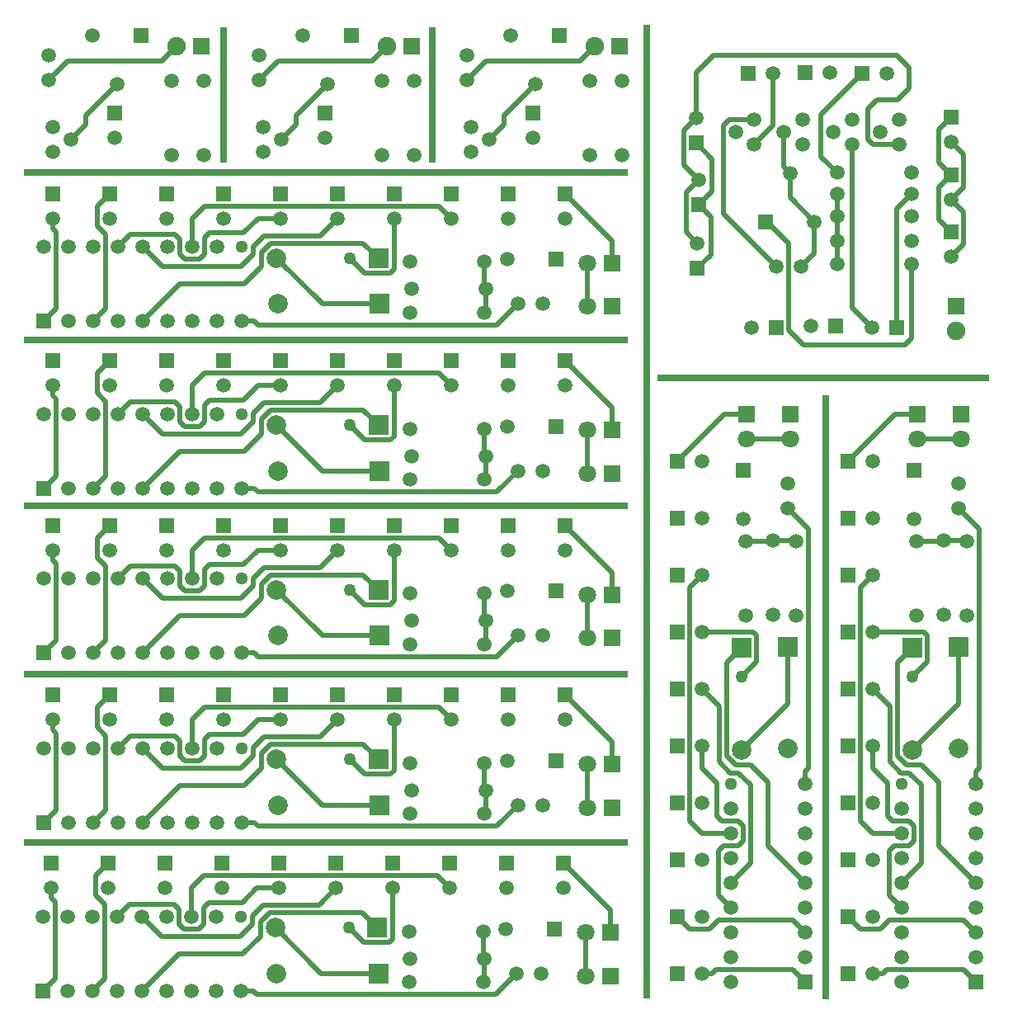
<source format=gtl>
G04 Layer_Physical_Order=1*
G04 Layer_Color=255*
%FSLAX25Y25*%
%MOIN*%
G70*
G01*
G75*
%ADD10C,0.02000*%
%ADD11R,0.03150X0.55118*%
%ADD12R,1.33858X0.03150*%
%ADD13R,0.03150X2.44095*%
%ADD14R,0.03150X3.93701*%
%ADD15R,2.44095X0.03150*%
%ADD16R,2.44095X0.02756*%
%ADD17C,0.05905*%
%ADD18C,0.05937*%
%ADD19R,0.05937X0.05937*%
%ADD20R,0.05905X0.05905*%
%ADD21C,0.07480*%
%ADD22R,0.07087X0.07087*%
%ADD23R,0.07087X0.07087*%
%ADD24R,0.05905X0.05905*%
%ADD25C,0.07874*%
%ADD26R,0.07874X0.07874*%
%ADD27C,0.07087*%
%ADD28C,0.05110*%
%ADD29R,0.07874X0.07874*%
%ADD30C,0.05000*%
G36*
X358171Y362012D02*
X359605Y360448D01*
X359512Y358329D01*
X357948Y356895D01*
X355829Y356988D01*
X354396Y358552D01*
X354488Y360671D01*
X356052Y362105D01*
X358171Y362012D01*
D02*
G37*
G36*
X339171D02*
X340604Y360448D01*
X340512Y358329D01*
X338948Y356895D01*
X336829Y356988D01*
X335396Y358552D01*
X335488Y360671D01*
X337052Y362105D01*
X339171Y362012D01*
D02*
G37*
G36*
X319171D02*
X320604Y360448D01*
X320512Y358329D01*
X318948Y356895D01*
X316829Y356988D01*
X315395Y358552D01*
X315488Y360671D01*
X317052Y362105D01*
X319171Y362012D01*
D02*
G37*
G36*
X299671D02*
X301104Y360448D01*
X301012Y358329D01*
X299448Y356895D01*
X297329Y356988D01*
X295896Y358552D01*
X295988Y360671D01*
X297552Y362105D01*
X299671Y362012D01*
D02*
G37*
G36*
X185171Y359012D02*
X186604Y357448D01*
X186512Y355329D01*
X184948Y353895D01*
X182829Y353988D01*
X181395Y355552D01*
X181488Y357671D01*
X183052Y359104D01*
X185171Y359012D01*
D02*
G37*
G36*
X101171D02*
X102604Y357448D01*
X102512Y355329D01*
X100948Y353895D01*
X98829Y353988D01*
X97395Y355552D01*
X97488Y357671D01*
X99052Y359104D01*
X101171Y359012D01*
D02*
G37*
G36*
X16171D02*
X17605Y357448D01*
X17512Y355329D01*
X15948Y353895D01*
X13829Y353988D01*
X12395Y355552D01*
X12488Y357671D01*
X14052Y359104D01*
X16171Y359012D01*
D02*
G37*
G36*
X350671Y357012D02*
X352104Y355448D01*
X352012Y353329D01*
X350448Y351895D01*
X348329Y351988D01*
X346896Y353552D01*
X346988Y355671D01*
X348552Y357104D01*
X350671Y357012D01*
D02*
G37*
G36*
X331671D02*
X333104Y355448D01*
X333012Y353329D01*
X331448Y351895D01*
X329329Y351988D01*
X327895Y353552D01*
X327988Y355671D01*
X329552Y357104D01*
X331671Y357012D01*
D02*
G37*
G36*
X311671D02*
X313105Y355448D01*
X313012Y353329D01*
X311448Y351895D01*
X309329Y351988D01*
X307895Y353552D01*
X307988Y355671D01*
X309552Y357104D01*
X311671Y357012D01*
D02*
G37*
G36*
X292171D02*
X293604Y355448D01*
X293512Y353329D01*
X291948Y351895D01*
X289829Y351988D01*
X288396Y353552D01*
X288488Y355671D01*
X290052Y357104D01*
X292171Y357012D01*
D02*
G37*
G36*
X192671Y354012D02*
X194105Y352448D01*
X194012Y350329D01*
X192448Y348896D01*
X190329Y348988D01*
X188895Y350552D01*
X188988Y352671D01*
X190552Y354104D01*
X192671Y354012D01*
D02*
G37*
G36*
X108671D02*
X110105Y352448D01*
X110012Y350329D01*
X108448Y348896D01*
X106329Y348988D01*
X104895Y350552D01*
X104988Y352671D01*
X106552Y354104D01*
X108671Y354012D01*
D02*
G37*
G36*
X23671D02*
X25104Y352448D01*
X25012Y350329D01*
X23448Y348896D01*
X21329Y348988D01*
X19895Y350552D01*
X19988Y352671D01*
X21552Y354104D01*
X23671Y354012D01*
D02*
G37*
G36*
X358171Y352012D02*
X359605Y350448D01*
X359512Y348329D01*
X357948Y346896D01*
X355829Y346988D01*
X354396Y348552D01*
X354488Y350671D01*
X356052Y352104D01*
X358171Y352012D01*
D02*
G37*
G36*
X339171D02*
X340604Y350448D01*
X340512Y348329D01*
X338948Y346896D01*
X336829Y346988D01*
X335396Y348552D01*
X335488Y350671D01*
X337052Y352104D01*
X339171Y352012D01*
D02*
G37*
G36*
X319171D02*
X320604Y350448D01*
X320512Y348329D01*
X318948Y346896D01*
X316829Y346988D01*
X315395Y348552D01*
X315488Y350671D01*
X317052Y352104D01*
X319171Y352012D01*
D02*
G37*
G36*
X299671D02*
X301104Y350448D01*
X301012Y348329D01*
X299448Y346896D01*
X297329Y346988D01*
X295896Y348552D01*
X295988Y350671D01*
X297552Y352104D01*
X299671Y352012D01*
D02*
G37*
G36*
X185171Y349012D02*
X186604Y347448D01*
X186512Y345329D01*
X184948Y343896D01*
X182829Y343988D01*
X181395Y345552D01*
X181488Y347671D01*
X183052Y349104D01*
X185171Y349012D01*
D02*
G37*
G36*
X101171D02*
X102604Y347448D01*
X102512Y345329D01*
X100948Y343896D01*
X98829Y343988D01*
X97395Y345552D01*
X97488Y347671D01*
X99052Y349104D01*
X101171Y349012D01*
D02*
G37*
G36*
X16171D02*
X17605Y347448D01*
X17512Y345329D01*
X15948Y343896D01*
X13829Y343988D01*
X12395Y345552D01*
X12488Y347671D01*
X14052Y349104D01*
X16171Y349012D01*
D02*
G37*
D10*
X228000Y383000D02*
X234000Y389000D01*
X190000Y383000D02*
X228000D01*
X182500Y375500D02*
X190000Y383000D01*
X197500Y361157D02*
X210000Y373657D01*
X197500Y357500D02*
Y361157D01*
X191500Y351500D02*
X197500Y357500D01*
X144000Y383000D02*
X150000Y389000D01*
X106000Y383000D02*
X144000D01*
X98500Y375500D02*
X106000Y383000D01*
X113500Y361157D02*
X126000Y373657D01*
X113500Y357500D02*
Y361157D01*
X107500Y351500D02*
X113500Y357500D01*
X59000Y383000D02*
X65000Y389000D01*
X21000Y383000D02*
X59000D01*
X13500Y375500D02*
X21000Y383000D01*
X28500Y361157D02*
X41000Y373657D01*
X28500Y357500D02*
Y361157D01*
X22500Y351500D02*
X28500Y357500D01*
X304815Y316500D02*
X305315D01*
X318500Y268500D02*
X359500D01*
X362000Y271000D02*
Y301000D01*
X378000Y304000D02*
X383000Y309000D01*
Y322000D01*
X378000Y327000D02*
X383000Y332000D01*
X378000Y350500D02*
X383000Y345500D01*
X356000Y275500D02*
Y323500D01*
X362000Y329500D01*
X373000Y319000D02*
X378000Y314000D01*
X373000Y342000D02*
Y355500D01*
Y319000D02*
Y332000D01*
X378000Y337000D01*
X373000Y355500D02*
X378000Y360500D01*
X373000Y342000D02*
X378000Y337000D01*
X286000Y321500D02*
X307500Y300000D01*
X288500Y359500D02*
X298500D01*
X275500Y299500D02*
X280900Y304900D01*
X276000Y325000D02*
X280900Y320100D01*
X332000Y310500D02*
Y320500D01*
Y301000D02*
Y310500D01*
Y320500D02*
Y329500D01*
X338000Y283500D02*
Y349500D01*
X271000Y314000D02*
Y330000D01*
Y314000D02*
X275500Y309500D01*
X270000Y341000D02*
X276000Y335000D01*
X271000Y330000D02*
X276000Y335000D01*
X346500Y349500D02*
X357000D01*
X344500Y351500D02*
X346500Y349500D01*
X361000Y372000D02*
Y380500D01*
X356000Y385500D02*
X361000Y380500D01*
X310500Y340343D02*
Y354500D01*
X313000Y328000D02*
X322843Y318157D01*
X313000Y328000D02*
Y337843D01*
X310500Y340343D02*
X313000Y337843D01*
X317500Y300000D02*
X322843Y305343D01*
X305315Y316500D02*
X312500Y309315D01*
X303157Y318157D02*
X304815Y316500D01*
X322843Y305343D02*
Y318157D01*
X348000Y367400D02*
X356400D01*
X361000Y372000D01*
X282000Y385500D02*
X356000D01*
X275000Y378500D02*
X282000Y385500D01*
X344500Y363900D02*
X348000Y367400D01*
X344500Y351500D02*
Y363900D01*
X275000Y360000D02*
Y378500D01*
X338000Y283500D02*
X346000Y275500D01*
X298500Y349500D02*
X306000Y357000D01*
Y378000D01*
X276000Y325000D02*
X281400Y330400D01*
Y343600D01*
X275000Y350000D02*
X281400Y343600D01*
X286000Y321500D02*
Y357000D01*
X288500Y359500D01*
X359500Y268500D02*
X362000Y271000D01*
X312500Y274500D02*
X318500Y268500D01*
X312500Y274500D02*
Y309315D01*
X325500Y361500D02*
X342000Y378000D01*
X325500Y344500D02*
Y361500D01*
Y344500D02*
X332000Y338000D01*
X270000Y341000D02*
Y355000D01*
X275000Y360000D01*
X280900Y304900D02*
Y320100D01*
X383000Y332000D02*
Y345500D01*
X378000Y327000D02*
X383000Y322000D01*
X364500Y230500D02*
X382000D01*
X383000Y16000D02*
X388000Y11000D01*
X351900Y16000D02*
X383000D01*
X350400Y14500D02*
X351900Y16000D01*
X346500Y14500D02*
X350400D01*
X383000Y36000D02*
X388000Y31000D01*
X353000Y36000D02*
X383000D01*
X349500Y32500D02*
X353000Y36000D01*
X341500Y32500D02*
X349500D01*
X336500Y37500D02*
X341500Y32500D01*
X336500Y221500D02*
X355500Y240500D01*
X364500D01*
X356400Y139991D02*
X362500Y146091D01*
X356400Y102600D02*
Y139991D01*
Y102600D02*
X360067Y98933D01*
X365933D01*
X373000Y91867D01*
Y66000D02*
Y91867D01*
Y66000D02*
X388000Y51000D01*
X362500Y134600D02*
X368500Y140600D01*
Y151000D01*
X367000Y152500D02*
X368500Y151000D01*
X346500Y152500D02*
X367000D01*
X341500Y170500D02*
X346500Y175500D01*
X341500Y76000D02*
Y170500D01*
Y76000D02*
X346500Y71000D01*
X358000D01*
X353000Y46000D02*
X358000Y41000D01*
X353000Y46000D02*
Y64000D01*
X355000Y66000D01*
X360953D01*
X362953Y68000D01*
Y74000D01*
X360953Y76000D02*
X362953Y74000D01*
X354300Y76000D02*
X360953D01*
X352300Y78000D02*
X354300Y76000D01*
X352300Y78000D02*
Y91600D01*
X346500Y97400D02*
X352300Y91600D01*
X346500Y97400D02*
Y106500D01*
X381000Y202500D02*
X389500Y194000D01*
Y97500D02*
Y194000D01*
X388000Y96000D02*
X389500Y97500D01*
X388000Y91000D02*
Y96000D01*
X358000Y51000D02*
X365953Y58953D01*
Y90647D01*
X361000Y95600D02*
X365953Y90647D01*
X357800Y95600D02*
X361000D01*
X353400Y100000D02*
X357800Y95600D01*
X353400Y100000D02*
Y122600D01*
X346500Y129500D02*
X353400Y122600D01*
X381000Y123409D02*
Y146591D01*
X362500Y104909D02*
X381000Y123409D01*
X383500Y189000D02*
X384500D01*
X383000Y189500D02*
X383500Y189000D01*
X375000Y189500D02*
X383000D01*
X374500Y189000D02*
X375000Y189500D01*
X364000Y189000D02*
X374500D01*
X295500Y230500D02*
X313000D01*
X314000Y16000D02*
X319000Y11000D01*
X282900Y16000D02*
X314000D01*
X281400Y14500D02*
X282900Y16000D01*
X277500Y14500D02*
X281400D01*
X314000Y36000D02*
X319000Y31000D01*
X284000Y36000D02*
X314000D01*
X280500Y32500D02*
X284000Y36000D01*
X272500Y32500D02*
X280500D01*
X267500Y37500D02*
X272500Y32500D01*
X267500Y221500D02*
X286500Y240500D01*
X295500D01*
X287400Y139991D02*
X293500Y146091D01*
X287400Y102600D02*
Y139991D01*
Y102600D02*
X291067Y98933D01*
X296933D01*
X304000Y91867D01*
Y66000D02*
Y91867D01*
Y66000D02*
X319000Y51000D01*
X293500Y134600D02*
X299500Y140600D01*
Y151000D01*
X298000Y152500D02*
X299500Y151000D01*
X277500Y152500D02*
X298000D01*
X272500Y170500D02*
X277500Y175500D01*
X272500Y76000D02*
Y170500D01*
Y76000D02*
X277500Y71000D01*
X289000D01*
X284000Y46000D02*
X289000Y41000D01*
X284000Y46000D02*
Y64000D01*
X286000Y66000D01*
X291953D01*
X293953Y68000D01*
Y74000D01*
X291953Y76000D02*
X293953Y74000D01*
X285300Y76000D02*
X291953D01*
X283300Y78000D02*
X285300Y76000D01*
X283300Y78000D02*
Y91600D01*
X277500Y97400D02*
X283300Y91600D01*
X277500Y97400D02*
Y106500D01*
X312000Y202500D02*
X320500Y194000D01*
Y97500D02*
Y194000D01*
X319000Y96000D02*
X320500Y97500D01*
X319000Y91000D02*
Y96000D01*
X289000Y51000D02*
X296953Y58953D01*
Y90647D01*
X292000Y95600D02*
X296953Y90647D01*
X288800Y95600D02*
X292000D01*
X284400Y100000D02*
X288800Y95600D01*
X284400Y100000D02*
Y122600D01*
X277500Y129500D02*
X284400Y122600D01*
X312000Y123409D02*
Y146591D01*
X293500Y104909D02*
X312000Y123409D01*
X314500Y189000D02*
X315500D01*
X314000Y189500D02*
X314500Y189000D01*
X306000Y189500D02*
X314000D01*
X305500Y189000D02*
X306000Y189500D01*
X295000Y189000D02*
X305500D01*
X231000Y284000D02*
Y301500D01*
X11500Y278000D02*
X16500Y283000D01*
Y314100D01*
X15000Y315600D02*
X16500Y314100D01*
X15000Y315600D02*
Y319500D01*
X31500Y278000D02*
X36500Y283000D01*
Y313000D01*
X33000Y316500D02*
X36500Y313000D01*
X33000Y316500D02*
Y324500D01*
X38000Y329500D01*
X222000D02*
X241000Y310500D01*
Y301500D02*
Y310500D01*
X140491Y309600D02*
X146591Y303500D01*
X103100Y309600D02*
X140491D01*
X99433Y305933D02*
X103100Y309600D01*
X99433Y300067D02*
Y305933D01*
X92367Y293000D02*
X99433Y300067D01*
X66500Y293000D02*
X92367D01*
X51500Y278000D02*
X66500Y293000D01*
X135100Y303500D02*
X141100Y297500D01*
X151500D01*
X153000Y299000D01*
Y319500D01*
X171000Y324500D02*
X176000Y319500D01*
X76500Y324500D02*
X171000D01*
X71500Y319500D02*
X76500Y324500D01*
X71500Y308000D02*
Y319500D01*
X41500Y308000D02*
X46500Y313000D01*
X64500D01*
X66500Y311000D01*
Y305047D02*
Y311000D01*
Y305047D02*
X68500Y303047D01*
X74500D01*
X76500Y305047D01*
Y311700D01*
X78500Y313700D01*
X92100D01*
X97900Y319500D01*
X107000D01*
X194500Y276500D02*
X203000Y285000D01*
X98000Y276500D02*
X194500D01*
X96500Y278000D02*
X98000Y276500D01*
X91500Y278000D02*
X96500D01*
X51500Y308000D02*
X59453Y300047D01*
X91147D01*
X96100Y305000D01*
Y308200D01*
X100500Y312600D01*
X123100D01*
X130000Y319500D01*
X123909Y285000D02*
X147091D01*
X105409Y303500D02*
X123909Y285000D01*
X189500Y281500D02*
Y282500D01*
X190000Y283000D01*
Y291000D01*
X189500Y291500D02*
X190000Y291000D01*
X189500Y291500D02*
Y302000D01*
X231000Y216500D02*
Y234000D01*
X11500Y210500D02*
X16500Y215500D01*
Y246600D01*
X15000Y248100D02*
X16500Y246600D01*
X15000Y248100D02*
Y252000D01*
X31500Y210500D02*
X36500Y215500D01*
Y245500D01*
X33000Y249000D02*
X36500Y245500D01*
X33000Y249000D02*
Y257000D01*
X38000Y262000D01*
X222000D02*
X241000Y243000D01*
Y234000D02*
Y243000D01*
X140491Y242100D02*
X146591Y236000D01*
X103100Y242100D02*
X140491D01*
X99433Y238433D02*
X103100Y242100D01*
X99433Y232567D02*
Y238433D01*
X92367Y225500D02*
X99433Y232567D01*
X66500Y225500D02*
X92367D01*
X51500Y210500D02*
X66500Y225500D01*
X135100Y236000D02*
X141100Y230000D01*
X151500D01*
X153000Y231500D01*
Y252000D01*
X171000Y257000D02*
X176000Y252000D01*
X76500Y257000D02*
X171000D01*
X71500Y252000D02*
X76500Y257000D01*
X71500Y240500D02*
Y252000D01*
X41500Y240500D02*
X46500Y245500D01*
X64500D01*
X66500Y243500D01*
Y237547D02*
Y243500D01*
Y237547D02*
X68500Y235547D01*
X74500D01*
X76500Y237547D01*
Y244200D01*
X78500Y246200D01*
X92100D01*
X97900Y252000D01*
X107000D01*
X194500Y209000D02*
X203000Y217500D01*
X98000Y209000D02*
X194500D01*
X96500Y210500D02*
X98000Y209000D01*
X91500Y210500D02*
X96500D01*
X51500Y240500D02*
X59453Y232547D01*
X91147D01*
X96100Y237500D01*
Y240700D01*
X100500Y245100D01*
X123100D01*
X130000Y252000D01*
X123909Y217500D02*
X147091D01*
X105409Y236000D02*
X123909Y217500D01*
X189500Y214000D02*
Y215000D01*
X190000Y215500D01*
Y223500D01*
X189500Y224000D02*
X190000Y223500D01*
X189500Y224000D02*
Y234500D01*
X231000Y150000D02*
Y167500D01*
X11500Y144000D02*
X16500Y149000D01*
Y180100D01*
X15000Y181600D02*
X16500Y180100D01*
X15000Y181600D02*
Y185500D01*
X31500Y144000D02*
X36500Y149000D01*
Y179000D01*
X33000Y182500D02*
X36500Y179000D01*
X33000Y182500D02*
Y190500D01*
X38000Y195500D01*
X222000D02*
X241000Y176500D01*
Y167500D02*
Y176500D01*
X140491Y175600D02*
X146591Y169500D01*
X103100Y175600D02*
X140491D01*
X99433Y171933D02*
X103100Y175600D01*
X99433Y166067D02*
Y171933D01*
X92367Y159000D02*
X99433Y166067D01*
X66500Y159000D02*
X92367D01*
X51500Y144000D02*
X66500Y159000D01*
X135100Y169500D02*
X141100Y163500D01*
X151500D01*
X153000Y165000D01*
Y185500D01*
X171000Y190500D02*
X176000Y185500D01*
X76500Y190500D02*
X171000D01*
X71500Y185500D02*
X76500Y190500D01*
X71500Y174000D02*
Y185500D01*
X41500Y174000D02*
X46500Y179000D01*
X64500D01*
X66500Y177000D01*
Y171047D02*
Y177000D01*
Y171047D02*
X68500Y169047D01*
X74500D01*
X76500Y171047D01*
Y177700D01*
X78500Y179700D01*
X92100D01*
X97900Y185500D01*
X107000D01*
X194500Y142500D02*
X203000Y151000D01*
X98000Y142500D02*
X194500D01*
X96500Y144000D02*
X98000Y142500D01*
X91500Y144000D02*
X96500D01*
X51500Y174000D02*
X59453Y166047D01*
X91147D01*
X96100Y171000D01*
Y174200D01*
X100500Y178600D01*
X123100D01*
X130000Y185500D01*
X123909Y151000D02*
X147091D01*
X105409Y169500D02*
X123909Y151000D01*
X189500Y147500D02*
Y148500D01*
X190000Y149000D01*
Y157000D01*
X189500Y157500D02*
X190000Y157000D01*
X189500Y157500D02*
Y168000D01*
X231000Y81500D02*
Y99000D01*
X11500Y75500D02*
X16500Y80500D01*
Y111600D01*
X15000Y113100D02*
X16500Y111600D01*
X15000Y113100D02*
Y117000D01*
X31500Y75500D02*
X36500Y80500D01*
Y110500D01*
X33000Y114000D02*
X36500Y110500D01*
X33000Y114000D02*
Y122000D01*
X38000Y127000D01*
X222000D02*
X241000Y108000D01*
Y99000D02*
Y108000D01*
X140491Y107100D02*
X146591Y101000D01*
X103100Y107100D02*
X140491D01*
X99433Y103433D02*
X103100Y107100D01*
X99433Y97567D02*
Y103433D01*
X92367Y90500D02*
X99433Y97567D01*
X66500Y90500D02*
X92367D01*
X51500Y75500D02*
X66500Y90500D01*
X135100Y101000D02*
X141100Y95000D01*
X151500D01*
X153000Y96500D01*
Y117000D01*
X171000Y122000D02*
X176000Y117000D01*
X76500Y122000D02*
X171000D01*
X71500Y117000D02*
X76500Y122000D01*
X71500Y105500D02*
Y117000D01*
X41500Y105500D02*
X46500Y110500D01*
X64500D01*
X66500Y108500D01*
Y102547D02*
Y108500D01*
Y102547D02*
X68500Y100547D01*
X74500D01*
X76500Y102547D01*
Y109200D01*
X78500Y111200D01*
X92100D01*
X97900Y117000D01*
X107000D01*
X194500Y74000D02*
X203000Y82500D01*
X98000Y74000D02*
X194500D01*
X96500Y75500D02*
X98000Y74000D01*
X91500Y75500D02*
X96500D01*
X51500Y105500D02*
X59453Y97547D01*
X91147D01*
X96100Y102500D01*
Y105700D01*
X100500Y110100D01*
X123100D01*
X130000Y117000D01*
X123909Y82500D02*
X147091D01*
X105409Y101000D02*
X123909Y82500D01*
X189500Y79000D02*
Y80000D01*
X190000Y80500D01*
Y88500D01*
X189500Y89000D02*
X190000Y88500D01*
X189500Y89000D02*
Y99500D01*
X189000Y21000D02*
Y31500D01*
Y21000D02*
X189500Y20500D01*
Y12500D02*
Y20500D01*
X189000Y12000D02*
X189500Y12500D01*
X189000Y11000D02*
Y12000D01*
X104909Y33000D02*
X123409Y14500D01*
X146591D01*
X122600Y42100D02*
X129500Y49000D01*
X100000Y42100D02*
X122600D01*
X95600Y37700D02*
X100000Y42100D01*
X95600Y34500D02*
Y37700D01*
X90647Y29547D02*
X95600Y34500D01*
X58953Y29547D02*
X90647D01*
X51000Y37500D02*
X58953Y29547D01*
X91000Y7500D02*
X96000D01*
X97500Y6000D01*
X194000D01*
X202500Y14500D01*
X97400Y49000D02*
X106500D01*
X91600Y43200D02*
X97400Y49000D01*
X78000Y43200D02*
X91600D01*
X76000Y41200D02*
X78000Y43200D01*
X76000Y34547D02*
Y41200D01*
X74000Y32547D02*
X76000Y34547D01*
X68000Y32547D02*
X74000D01*
X66000Y34547D02*
X68000Y32547D01*
X66000Y34547D02*
Y40500D01*
X64000Y42500D02*
X66000Y40500D01*
X46000Y42500D02*
X64000D01*
X41000Y37500D02*
X46000Y42500D01*
X71000Y37500D02*
Y49000D01*
X76000Y54000D01*
X170500D01*
X175500Y49000D01*
X152500Y28500D02*
Y49000D01*
X151000Y27000D02*
X152500Y28500D01*
X140600Y27000D02*
X151000D01*
X134600Y33000D02*
X140600Y27000D01*
X51000Y7500D02*
X66000Y22500D01*
X91867D01*
X98933Y29567D01*
Y35433D01*
X102600Y39100D01*
X139991D01*
X146091Y33000D01*
X240500Y31000D02*
Y40000D01*
X221500Y59000D02*
X240500Y40000D01*
X32500Y54000D02*
X37500Y59000D01*
X32500Y46000D02*
Y54000D01*
Y46000D02*
X36000Y42500D01*
Y12500D02*
Y42500D01*
X31000Y7500D02*
X36000Y12500D01*
X14500Y45100D02*
Y49000D01*
Y45100D02*
X16000Y43600D01*
Y12500D02*
Y43600D01*
X11000Y7500D02*
X16000Y12500D01*
X230500Y13500D02*
Y31000D01*
D11*
X168500Y369500D02*
D03*
X84000D02*
D03*
D12*
X326500Y255000D02*
D03*
D13*
X327500Y126000D02*
D03*
D14*
X255000Y201000D02*
D03*
D15*
X125500Y338000D02*
D03*
Y135500D02*
D03*
Y67500D02*
D03*
D16*
Y270500D02*
D03*
Y203500D02*
D03*
D17*
X245000Y345000D02*
D03*
Y375000D02*
D03*
X232000Y345000D02*
D03*
Y375000D02*
D03*
X184000Y346500D02*
D03*
X191500Y351500D02*
D03*
X184000Y356500D02*
D03*
X182500Y375500D02*
D03*
Y385500D02*
D03*
X209000Y352000D02*
D03*
X161000Y345000D02*
D03*
Y375000D02*
D03*
X148000Y345000D02*
D03*
Y375000D02*
D03*
X100000Y346500D02*
D03*
X107500Y351500D02*
D03*
X100000Y356500D02*
D03*
X98500Y375500D02*
D03*
Y385500D02*
D03*
X125000Y352000D02*
D03*
X76000Y345000D02*
D03*
Y375000D02*
D03*
X63000Y345000D02*
D03*
Y375000D02*
D03*
X15000Y346500D02*
D03*
X22500Y351500D02*
D03*
X15000Y356500D02*
D03*
X13500Y375500D02*
D03*
Y385500D02*
D03*
X40000Y352000D02*
D03*
X332000Y301000D02*
D03*
X362000D02*
D03*
Y338000D02*
D03*
X332000D02*
D03*
Y310500D02*
D03*
X362000D02*
D03*
X332000Y329500D02*
D03*
X362000D02*
D03*
X332000Y320500D02*
D03*
X362000D02*
D03*
X298500Y349500D02*
D03*
X291000Y354500D02*
D03*
X298500Y359500D02*
D03*
X318000Y349500D02*
D03*
X310500Y354500D02*
D03*
X318000Y359500D02*
D03*
X338000Y349500D02*
D03*
X330500Y354500D02*
D03*
X338000Y359500D02*
D03*
X357000Y349500D02*
D03*
X349500Y354500D02*
D03*
X357000Y359500D02*
D03*
X317500Y300000D02*
D03*
X307500D02*
D03*
X306000Y378000D02*
D03*
X329000Y378500D02*
D03*
X352000Y378000D02*
D03*
X378000Y350500D02*
D03*
Y327000D02*
D03*
Y304000D02*
D03*
X346000Y275500D02*
D03*
X321500Y276000D02*
D03*
X297500Y275500D02*
D03*
X275500Y309500D02*
D03*
X276000Y335000D02*
D03*
X275000Y360000D02*
D03*
X346500Y14500D02*
D03*
X363000Y198157D02*
D03*
X375000Y159500D02*
D03*
Y189500D02*
D03*
X384500Y159000D02*
D03*
Y189000D02*
D03*
X346500Y37500D02*
D03*
Y60500D02*
D03*
Y83500D02*
D03*
Y106500D02*
D03*
Y129500D02*
D03*
Y152500D02*
D03*
Y175500D02*
D03*
Y198500D02*
D03*
Y221500D02*
D03*
X364000Y159000D02*
D03*
Y189000D02*
D03*
X381000Y212500D02*
D03*
Y202500D02*
D03*
X388000Y21000D02*
D03*
Y31000D02*
D03*
Y41000D02*
D03*
Y51000D02*
D03*
Y61000D02*
D03*
Y71000D02*
D03*
Y81000D02*
D03*
Y91000D02*
D03*
X358000Y81000D02*
D03*
Y71000D02*
D03*
Y61000D02*
D03*
Y51000D02*
D03*
Y41000D02*
D03*
Y31000D02*
D03*
Y21000D02*
D03*
Y11000D02*
D03*
X277500Y14500D02*
D03*
X294000Y198157D02*
D03*
X306000Y159500D02*
D03*
Y189500D02*
D03*
X315500Y159000D02*
D03*
Y189000D02*
D03*
X277500Y37500D02*
D03*
Y60500D02*
D03*
Y83500D02*
D03*
Y106500D02*
D03*
Y129500D02*
D03*
Y152500D02*
D03*
Y175500D02*
D03*
Y198500D02*
D03*
Y221500D02*
D03*
X295000Y159000D02*
D03*
Y189000D02*
D03*
X312000Y212500D02*
D03*
Y202500D02*
D03*
X319000Y21000D02*
D03*
Y31000D02*
D03*
Y41000D02*
D03*
Y51000D02*
D03*
Y61000D02*
D03*
Y71000D02*
D03*
Y81000D02*
D03*
Y91000D02*
D03*
X289000Y81000D02*
D03*
Y71000D02*
D03*
Y61000D02*
D03*
Y51000D02*
D03*
Y41000D02*
D03*
Y31000D02*
D03*
Y21000D02*
D03*
Y11000D02*
D03*
X15000Y319500D02*
D03*
X198657Y303000D02*
D03*
X160000Y291000D02*
D03*
X190000D02*
D03*
X159500Y281500D02*
D03*
X189500D02*
D03*
X38000Y319500D02*
D03*
X61000D02*
D03*
X84000D02*
D03*
X107000D02*
D03*
X130000D02*
D03*
X153000D02*
D03*
X176000D02*
D03*
X199000D02*
D03*
X222000D02*
D03*
X159500Y302000D02*
D03*
X189500D02*
D03*
X213000Y285000D02*
D03*
X203000D02*
D03*
X21500Y278000D02*
D03*
X31500D02*
D03*
X41500D02*
D03*
X51500D02*
D03*
X61500D02*
D03*
X71500D02*
D03*
X81500D02*
D03*
X91500D02*
D03*
X81500Y308000D02*
D03*
X71500D02*
D03*
X61500D02*
D03*
X51500D02*
D03*
X41500D02*
D03*
X31500D02*
D03*
X21500D02*
D03*
X11500D02*
D03*
X15000Y252000D02*
D03*
X198657Y235500D02*
D03*
X160000Y223500D02*
D03*
X190000D02*
D03*
X159500Y214000D02*
D03*
X189500D02*
D03*
X38000Y252000D02*
D03*
X61000D02*
D03*
X84000D02*
D03*
X107000D02*
D03*
X130000D02*
D03*
X153000D02*
D03*
X176000D02*
D03*
X199000D02*
D03*
X222000D02*
D03*
X159500Y234500D02*
D03*
X189500D02*
D03*
X213000Y217500D02*
D03*
X203000D02*
D03*
X21500Y210500D02*
D03*
X31500D02*
D03*
X41500D02*
D03*
X51500D02*
D03*
X61500D02*
D03*
X71500D02*
D03*
X81500D02*
D03*
X91500D02*
D03*
X81500Y240500D02*
D03*
X71500D02*
D03*
X61500D02*
D03*
X51500D02*
D03*
X41500D02*
D03*
X31500D02*
D03*
X21500D02*
D03*
X11500D02*
D03*
X15000Y185500D02*
D03*
X198657Y169000D02*
D03*
X160000Y157000D02*
D03*
X190000D02*
D03*
X159500Y147500D02*
D03*
X189500D02*
D03*
X38000Y185500D02*
D03*
X61000D02*
D03*
X84000D02*
D03*
X107000D02*
D03*
X130000D02*
D03*
X153000D02*
D03*
X176000D02*
D03*
X199000D02*
D03*
X222000D02*
D03*
X159500Y168000D02*
D03*
X189500D02*
D03*
X213000Y151000D02*
D03*
X203000D02*
D03*
X21500Y144000D02*
D03*
X31500D02*
D03*
X41500D02*
D03*
X51500D02*
D03*
X61500D02*
D03*
X71500D02*
D03*
X81500D02*
D03*
X91500D02*
D03*
X81500Y174000D02*
D03*
X71500D02*
D03*
X61500D02*
D03*
X51500D02*
D03*
X41500D02*
D03*
X31500D02*
D03*
X21500D02*
D03*
X11500D02*
D03*
X15000Y117000D02*
D03*
X198657Y100500D02*
D03*
X160000Y88500D02*
D03*
X190000D02*
D03*
X159500Y79000D02*
D03*
X189500D02*
D03*
X38000Y117000D02*
D03*
X61000D02*
D03*
X84000D02*
D03*
X107000D02*
D03*
X130000D02*
D03*
X153000D02*
D03*
X176000D02*
D03*
X199000D02*
D03*
X222000D02*
D03*
X159500Y99500D02*
D03*
X189500D02*
D03*
X213000Y82500D02*
D03*
X203000D02*
D03*
X21500Y75500D02*
D03*
X31500D02*
D03*
X41500D02*
D03*
X51500D02*
D03*
X61500D02*
D03*
X71500D02*
D03*
X81500D02*
D03*
X91500D02*
D03*
X81500Y105500D02*
D03*
X71500D02*
D03*
X61500D02*
D03*
X51500D02*
D03*
X41500D02*
D03*
X31500D02*
D03*
X21500D02*
D03*
X11500D02*
D03*
X198157Y32500D02*
D03*
X212500Y14500D02*
D03*
X202500D02*
D03*
X159000Y31500D02*
D03*
X189000D02*
D03*
X21000Y7500D02*
D03*
X31000D02*
D03*
X41000D02*
D03*
X51000D02*
D03*
X61000D02*
D03*
X71000D02*
D03*
X81000D02*
D03*
X91000D02*
D03*
X81000Y37500D02*
D03*
X71000D02*
D03*
X61000D02*
D03*
X51000D02*
D03*
X41000D02*
D03*
X31000D02*
D03*
X21000D02*
D03*
X11000D02*
D03*
X159000Y11000D02*
D03*
X189000D02*
D03*
X159500Y20500D02*
D03*
X189500D02*
D03*
X221500Y49000D02*
D03*
X198500D02*
D03*
X175500D02*
D03*
X152500D02*
D03*
X129500D02*
D03*
X106500D02*
D03*
X83500D02*
D03*
X60500D02*
D03*
X37500D02*
D03*
X14500D02*
D03*
D18*
X200157Y393342D02*
D03*
X210000Y373657D02*
D03*
X116157Y393342D02*
D03*
X126000Y373657D02*
D03*
X31157Y393342D02*
D03*
X41000Y373657D02*
D03*
X313000Y337843D02*
D03*
X322843Y318157D02*
D03*
D19*
X219843Y393342D02*
D03*
X135843D02*
D03*
X50842D02*
D03*
X303157Y318157D02*
D03*
D20*
X209000Y362000D02*
D03*
X125000D02*
D03*
X40000D02*
D03*
X378000Y360500D02*
D03*
Y337000D02*
D03*
Y314000D02*
D03*
X275500Y299500D02*
D03*
X276000Y325000D02*
D03*
X275000Y350000D02*
D03*
X363000Y217843D02*
D03*
X294000D02*
D03*
X15000Y329500D02*
D03*
X38000D02*
D03*
X61000D02*
D03*
X84000D02*
D03*
X107000D02*
D03*
X130000D02*
D03*
X153000D02*
D03*
X176000D02*
D03*
X199000D02*
D03*
X222000D02*
D03*
X11500Y278000D02*
D03*
X15000Y262000D02*
D03*
X38000D02*
D03*
X61000D02*
D03*
X84000D02*
D03*
X107000D02*
D03*
X130000D02*
D03*
X153000D02*
D03*
X176000D02*
D03*
X199000D02*
D03*
X222000D02*
D03*
X11500Y210500D02*
D03*
X15000Y195500D02*
D03*
X38000D02*
D03*
X61000D02*
D03*
X84000D02*
D03*
X107000D02*
D03*
X130000D02*
D03*
X153000D02*
D03*
X176000D02*
D03*
X199000D02*
D03*
X222000D02*
D03*
X11500Y144000D02*
D03*
X15000Y127000D02*
D03*
X38000D02*
D03*
X61000D02*
D03*
X84000D02*
D03*
X107000D02*
D03*
X130000D02*
D03*
X153000D02*
D03*
X176000D02*
D03*
X199000D02*
D03*
X222000D02*
D03*
X11500Y75500D02*
D03*
X11000Y7500D02*
D03*
X221500Y59000D02*
D03*
X198500D02*
D03*
X175500D02*
D03*
X152500D02*
D03*
X129500D02*
D03*
X106500D02*
D03*
X83500D02*
D03*
X60500D02*
D03*
X37500D02*
D03*
X14500D02*
D03*
D21*
X234000Y389000D02*
D03*
X150000D02*
D03*
X65000D02*
D03*
X380000Y274000D02*
D03*
D22*
X244000Y389000D02*
D03*
X160000D02*
D03*
X75000D02*
D03*
X241000Y284000D02*
D03*
Y301500D02*
D03*
Y216500D02*
D03*
Y234000D02*
D03*
Y150000D02*
D03*
Y167500D02*
D03*
Y81500D02*
D03*
Y99000D02*
D03*
X240500Y31000D02*
D03*
Y13500D02*
D03*
D23*
X380000Y284000D02*
D03*
X382000Y240500D02*
D03*
X364500D02*
D03*
X313000D02*
D03*
X295500D02*
D03*
D24*
X296000Y378000D02*
D03*
X319000Y378500D02*
D03*
X342000Y378000D02*
D03*
X356000Y275500D02*
D03*
X331500Y276000D02*
D03*
X307500Y275500D02*
D03*
X336500Y14500D02*
D03*
Y37500D02*
D03*
Y60500D02*
D03*
Y83500D02*
D03*
Y106500D02*
D03*
Y129500D02*
D03*
Y152500D02*
D03*
Y175500D02*
D03*
Y198500D02*
D03*
Y221500D02*
D03*
X388000Y11000D02*
D03*
X267500Y14500D02*
D03*
Y37500D02*
D03*
Y60500D02*
D03*
Y83500D02*
D03*
Y106500D02*
D03*
Y129500D02*
D03*
Y152500D02*
D03*
Y175500D02*
D03*
Y198500D02*
D03*
Y221500D02*
D03*
X319000Y11000D02*
D03*
X218343Y303000D02*
D03*
Y235500D02*
D03*
Y169000D02*
D03*
Y100500D02*
D03*
X217843Y32500D02*
D03*
D25*
X362500Y104909D02*
D03*
X381000Y105409D02*
D03*
X293500Y104909D02*
D03*
X312000Y105409D02*
D03*
X105409Y303500D02*
D03*
X105909Y285000D02*
D03*
X105409Y236000D02*
D03*
X105909Y217500D02*
D03*
X105409Y169500D02*
D03*
X105909Y151000D02*
D03*
X105409Y101000D02*
D03*
X105909Y82500D02*
D03*
X104909Y33000D02*
D03*
X105409Y14500D02*
D03*
D26*
X362500Y146091D02*
D03*
X381000Y146591D02*
D03*
X293500Y146091D02*
D03*
X312000Y146591D02*
D03*
D27*
X382000Y230500D02*
D03*
X364500D02*
D03*
X313000D02*
D03*
X295500D02*
D03*
X231000Y284000D02*
D03*
Y301500D02*
D03*
Y216500D02*
D03*
Y234000D02*
D03*
Y150000D02*
D03*
Y167500D02*
D03*
Y81500D02*
D03*
Y99000D02*
D03*
X230500Y31000D02*
D03*
Y13500D02*
D03*
D28*
X358000Y91000D02*
D03*
X289000D02*
D03*
X91500Y308000D02*
D03*
Y240500D02*
D03*
Y174000D02*
D03*
Y105500D02*
D03*
X91000Y37500D02*
D03*
D29*
X146591Y303500D02*
D03*
X147091Y285000D02*
D03*
X146591Y236000D02*
D03*
X147091Y217500D02*
D03*
X146591Y169500D02*
D03*
X147091Y151000D02*
D03*
X146591Y101000D02*
D03*
X147091Y82500D02*
D03*
X146091Y33000D02*
D03*
X146591Y14500D02*
D03*
D30*
X362500Y134600D02*
D03*
X293500D02*
D03*
X135100Y303500D02*
D03*
Y236000D02*
D03*
Y169500D02*
D03*
Y101000D02*
D03*
X134600Y33000D02*
D03*
M02*

</source>
